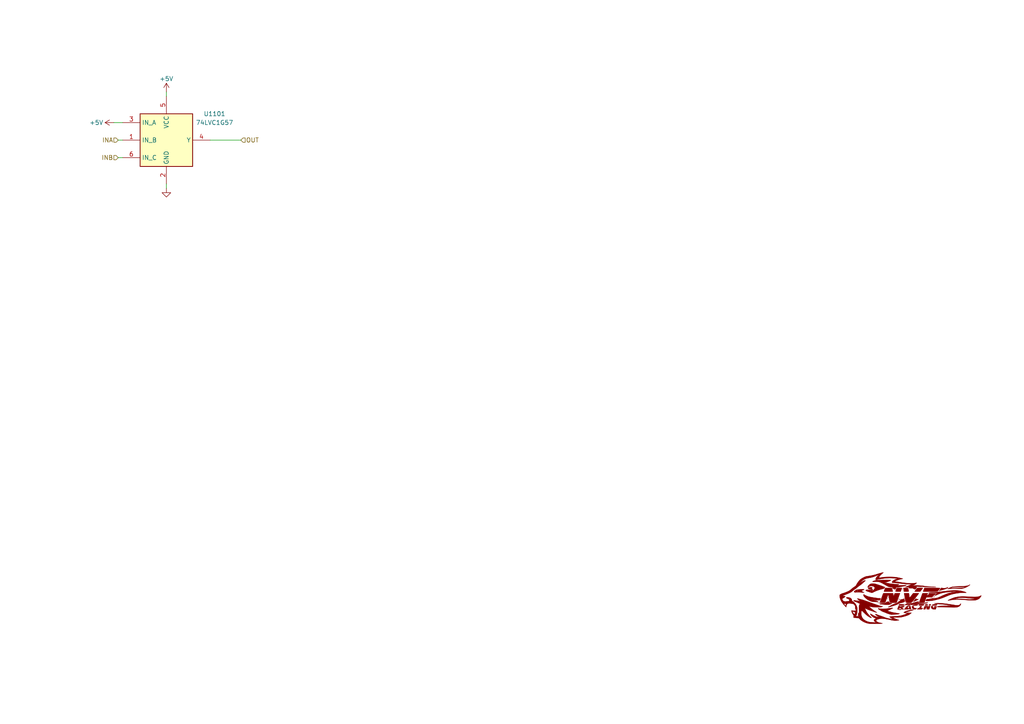
<source format=kicad_sch>
(kicad_sch (version 20230121) (generator eeschema)
  (paper "A4")
  (title_block (title "Dashboard Indicators") (date "2024-01-29") (rev "1"))
  (lib_symbols
    (symbol "NVF-Kicad:74LVC1G57"
      (property "Reference" "U" (at -5.08 10.16 0))
      (property "Value" "74LVC1G57" (at 7.62 -10.16 0))
      (symbol "74LVC1G57_1_1"
        (pin input line (at -12.7 0 0) (length 5.08) (name "IN_B") (number "1"))
        (pin power_in line (at 0 -12.7 90) (length 5.08) (name "GND") (number "2"))
        (pin input line (at -12.7 5.08 0) (length 5.08) (name "IN_A") (number "3"))
        (pin output line (at 12.7 0 180) (length 5.08) (name "Y") (number "4"))
        (pin power_in line (at 0 12.7 270) (length 5.08) (name "VCC") (number "5"))
        (pin input line (at -12.7 -5.08 0) (length 5.08) (name "IN_C") (number "6"))
      )
    )
    (symbol "NVF-Kicad:NVF-Logo" (pin_names (offset 1.016)))
    (symbol "power:+5V" (power) (pin_names (offset 0))
      (property "Value" "+5V" (at 0 3.556 0))
      (symbol "+5V_1_1"
        (pin power_in line (at 0 0 90) (length 0) hide (name "+5V") (number "1"))
      )
    )
    (symbol "power:GND" (power) (pin_names (offset 0))
      (property "Value" "GND" (at 0 -3.81 0))
      (symbol "GND_1_1"
        (pin power_in line (at 0 0 270) (length 0) hide (name "GND") (number "1"))
      )
    )
  )
  (wire (pts (xy 48.26 26.67) (xy 48.26 27.94)))
  (wire (pts (xy 34.29 45.72) (xy 35.56 45.72)))
  (wire (pts (xy 34.29 40.64) (xy 35.56 40.64)))
  (wire (pts (xy 48.26 53.34) (xy 48.26 54.61)))
  (wire (pts (xy 60.96 40.64) (xy 69.85 40.64)))
  (wire (pts (xy 33.02 35.56) (xy 35.56 35.56)))
  (hierarchical_label "INB" (shape input) (at 34.29 45.72 180))
  (hierarchical_label "INA" (shape input) (at 34.29 40.64 180))
  (hierarchical_label "OUT" (shape input) (at 69.85 40.64 0))
  (symbol (lib_id "power:+5V") (at 33.02 35.56 90) (unit 1)
    (property "Reference" "#PWR0901" (effects hide))
    (property "Value" "+5V" (at 27.94 35.56 90))
    (instances (project "Dashboard-Indicators" (path "" (reference "#PWR01102") (unit 1)) (path "" (reference "#PWR01402") (unit 1)) (path "" (reference "#PWR02002") (unit 1)) (path "" (reference "#PWR02102") (unit 1)) (path "" (reference "#PWR02202") (unit 1)) (path "" (reference "#PWR02302") (unit 1))))
  )
  (symbol (lib_id "power:GND") (at 48.26 54.61 0) (unit 1)
    (property "Reference" "#PWR0902" (effects hide))
    (property "Value" "GND" (effects hide))
    (instances (project "Dashboard-Indicators" (path "" (reference "#PWR01103") (unit 1)) (path "" (reference "#PWR01403") (unit 1)) (path "" (reference "#PWR02003") (unit 1)) (path "" (reference "#PWR02103") (unit 1)) (path "" (reference "#PWR02203") (unit 1)) (path "" (reference "#PWR02303") (unit 1))))
  )
  (symbol (lib_id "power:+5V") (at 48.26 26.67 0) (unit 1)
    (property "Reference" "#PWR0901" (effects hide))
    (property "Value" "+5V" (at 48.26 22.86 0))
    (instances (project "Dashboard-Indicators" (path "" (reference "#PWR01101") (unit 1)) (path "" (reference "#PWR01401") (unit 1)) (path "" (reference "#PWR02001") (unit 1)) (path "" (reference "#PWR02101") (unit 1)) (path "" (reference "#PWR02201") (unit 1)) (path "" (reference "#PWR02301") (unit 1))))
  )
  (symbol (lib_id "NVF-Kicad:NVF-Logo") (at 264.16 177.8 0) (unit 1)
    (property "Reference" "#G101" (effects hide))
    (property "Value" "LOGO" (effects hide))
    (instances (project "Dashboard-Indicators" (path "" (reference "#G101") (unit 1)) (path "" (reference "#G1101") (unit 1)) (path "" (reference "#G1401") (unit 1)) (path "" (reference "#G2001") (unit 1)) (path "" (reference "#G2101") (unit 1)) (path "" (reference "#G2201") (unit 1)) (path "" (reference "#G2301") (unit 1))))
  )
  (symbol (lib_id "NVF-Kicad:74LVC1G57") (at 48.26 40.64 0) (unit 1)
    (property "Reference" "U901" (at 62.23 33.02 0))
    (property "Value" "74LVC1G57" (at 62.23 35.56 0))
    (property "Footprint" "Package_TO_SOT_SMD:SOT-363_SC-70-6" (effects hide))
    (property "Datasheet" "http://www.ti.com/lit/sg/scyt129e/scyt129e.pdf" (effects hide))
    (instances (project "Dashboard-Indicators" (path "" (reference "U1101") (unit 1)) (path "" (reference "U1401") (unit 1)) (path "" (reference "U2001") (unit 1)) (path "" (reference "U2101") (unit 1)) (path "" (reference "U2201") (unit 1)) (path "" (reference "U2301") (unit 1))))
  )
)
</source>
